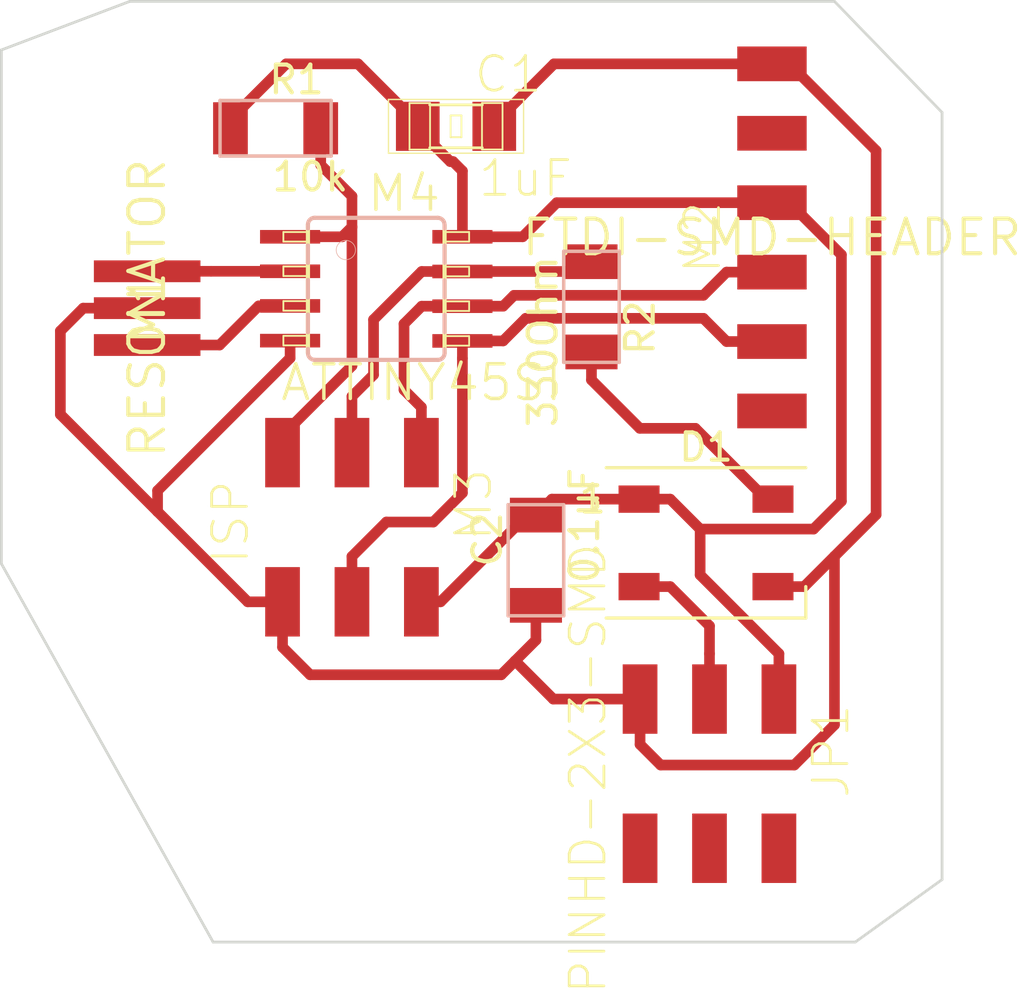
<source format=kicad_pcb>
(kicad_pcb (version 20171130) (host pcbnew "(5.0.2-5)-5")

  (general
    (thickness 1.6)
    (drawings 8)
    (tracks 112)
    (zones 0)
    (modules 10)
    (nets 16)
  )

  (page A4)
  (layers
    (0 F.Cu signal)
    (31 B.Cu signal)
    (32 B.Adhes user)
    (33 F.Adhes user)
    (34 B.Paste user)
    (35 F.Paste user)
    (36 B.SilkS user)
    (37 F.SilkS user)
    (38 B.Mask user)
    (39 F.Mask user)
    (40 Dwgs.User user)
    (41 Cmts.User user)
    (42 Eco1.User user)
    (43 Eco2.User user)
    (44 Edge.Cuts user)
    (45 Margin user)
    (46 B.CrtYd user)
    (47 F.CrtYd user)
    (48 B.Fab user)
    (49 F.Fab user)
  )

  (setup
    (last_trace_width 0.39)
    (trace_clearance 0.4)
    (zone_clearance 0.508)
    (zone_45_only no)
    (trace_min 0.3)
    (segment_width 0.2)
    (edge_width 0.1)
    (via_size 0.8)
    (via_drill 0.4)
    (via_min_size 0.4)
    (via_min_drill 0.3)
    (uvia_size 0.3)
    (uvia_drill 0.1)
    (uvias_allowed no)
    (uvia_min_size 0.2)
    (uvia_min_drill 0.1)
    (pcb_text_width 0.3)
    (pcb_text_size 1.5 1.5)
    (mod_edge_width 0.15)
    (mod_text_size 1 1)
    (mod_text_width 0.15)
    (pad_size 1.5 1.5)
    (pad_drill 0.6)
    (pad_to_mask_clearance 0)
    (solder_mask_min_width 0.25)
    (aux_axis_origin 0 0)
    (visible_elements FFFFFF7F)
    (pcbplotparams
      (layerselection 0x010fc_ffffffff)
      (usegerberextensions false)
      (usegerberattributes false)
      (usegerberadvancedattributes false)
      (creategerberjobfile false)
      (excludeedgelayer true)
      (linewidth 0.100000)
      (plotframeref false)
      (viasonmask false)
      (mode 1)
      (useauxorigin false)
      (hpglpennumber 1)
      (hpglpenspeed 20)
      (hpglpendiameter 15.000000)
      (psnegative false)
      (psa4output false)
      (plotreference true)
      (plotvalue true)
      (plotinvisibletext false)
      (padsonsilk false)
      (subtractmaskfromsilk false)
      (outputformat 1)
      (mirror false)
      (drillshape 1)
      (scaleselection 1)
      (outputdirectory "../../week 14/"))
  )

  (net 0 "")
  (net 1 VCC)
  (net 2 Earth)
  (net 3 /DIN)
  (net 4 /DOUT)
  (net 5 /XTAL1)
  (net 6 /XTAL2)
  (net 7 "Net-(M2-Pad2)")
  (net 8 /MISO|TX)
  (net 9 /MOSI|RX)
  (net 10 "Net-(M2-Pad6)")
  (net 11 /SCK|DIN)
  (net 12 /RST)
  (net 13 "Net-(JP1-Pad2)")
  (net 14 "Net-(JP1-Pad4)")
  (net 15 "Net-(JP1-Pad6)")

  (net_class Default "This is the default net class."
    (clearance 0.4)
    (trace_width 0.39)
    (via_dia 0.8)
    (via_drill 0.4)
    (uvia_dia 0.3)
    (uvia_drill 0.1)
    (diff_pair_gap 0.25)
    (diff_pair_width 0.39)
    (add_net /DIN)
    (add_net /DOUT)
    (add_net /MISO|TX)
    (add_net /MOSI|RX)
    (add_net /RST)
    (add_net /SCK|DIN)
    (add_net /XTAL1)
    (add_net /XTAL2)
    (add_net Earth)
    (add_net "Net-(JP1-Pad2)")
    (add_net "Net-(JP1-Pad4)")
    (add_net "Net-(JP1-Pad6)")
    (add_net "Net-(M2-Pad2)")
    (add_net "Net-(M2-Pad6)")
    (add_net VCC)
  )

  (module fab:fab-2X03SMD (layer F.Cu) (tedit 200000) (tstamp 5CD2B27C)
    (at 143.891 88.773 270)
    (path /5CC70F0E)
    (attr smd)
    (fp_text reference JP1 (at -0.635 -4.445 270) (layer F.SilkS)
      (effects (font (size 1.27 1.27) (thickness 0.1016)))
    )
    (fp_text value PINHD-2X3-SMD (at 0 4.445 270) (layer F.SilkS)
      (effects (font (size 1.27 1.27) (thickness 0.1016)))
    )
    (pad 1 smd rect (at -2.54 -2.54 270) (size 2.54 1.27) (layers F.Cu F.Paste F.Mask)
      (net 1 VCC))
    (pad 2 smd rect (at 2.91846 -2.54 270) (size 2.54 1.27) (layers F.Cu F.Paste F.Mask)
      (net 13 "Net-(JP1-Pad2)"))
    (pad 3 smd rect (at -2.54 0 270) (size 2.54 1.27) (layers F.Cu F.Paste F.Mask)
      (net 4 /DOUT))
    (pad 4 smd rect (at 2.91846 0 270) (size 2.54 1.27) (layers F.Cu F.Paste F.Mask)
      (net 14 "Net-(JP1-Pad4)"))
    (pad 5 smd rect (at -2.54 2.54 270) (size 2.54 1.27) (layers F.Cu F.Paste F.Mask)
      (net 2 Earth))
    (pad 6 smd rect (at 2.91846 2.54 270) (size 2.54 1.27) (layers F.Cu F.Paste F.Mask)
      (net 15 "Net-(JP1-Pad6)"))
  )

  (module fab:fab-C1206FAB (layer F.Cu) (tedit 200000) (tstamp 5CD2ACD7)
    (at 137.541 81.153 90)
    (path /5CC6FB30)
    (attr smd)
    (fp_text reference C2 (at 0.762 -1.778 90) (layer F.SilkS)
      (effects (font (size 1.016 1.016) (thickness 0.1524)))
    )
    (fp_text value 0.1uF (at 1.27 1.778 90) (layer F.SilkS)
      (effects (font (size 1.016 1.016) (thickness 0.1524)))
    )
    (fp_line (start -2.032 -1.016) (end 2.032 -1.016) (layer B.SilkS) (width 0.127))
    (fp_line (start 2.032 -1.016) (end 2.032 1.016) (layer B.SilkS) (width 0.127))
    (fp_line (start 2.032 1.016) (end -2.032 1.016) (layer B.SilkS) (width 0.127))
    (fp_line (start -2.032 1.016) (end -2.032 -1.016) (layer B.SilkS) (width 0.127))
    (pad 1 smd rect (at -1.651 0 90) (size 1.27 1.905) (layers F.Cu F.Paste F.Mask)
      (net 2 Earth))
    (pad 2 smd rect (at 1.651 0 90) (size 1.27 1.905) (layers F.Cu F.Paste F.Mask)
      (net 1 VCC))
  )

  (module fab:fab-C1206 (layer F.Cu) (tedit 200000) (tstamp 5CD2A790)
    (at 134.61746 65.278)
    (descr CAPACITOR)
    (tags CAPACITOR)
    (path /5CC5D9AC)
    (attr smd)
    (fp_text reference C1 (at 1.905 -1.905) (layer F.SilkS)
      (effects (font (size 1.27 1.27) (thickness 0.1016)))
    )
    (fp_text value 1uF (at 2.54 1.905) (layer F.SilkS)
      (effects (font (size 1.27 1.27) (thickness 0.1016)))
    )
    (fp_line (start -1.7018 0.8509) (end -0.94996 0.8509) (layer F.SilkS) (width 0.06604))
    (fp_line (start -0.94996 0.8509) (end -0.94996 -0.84836) (layer F.SilkS) (width 0.06604))
    (fp_line (start -1.7018 -0.84836) (end -0.94996 -0.84836) (layer F.SilkS) (width 0.06604))
    (fp_line (start -1.7018 0.8509) (end -1.7018 -0.84836) (layer F.SilkS) (width 0.06604))
    (fp_line (start 0.94996 0.84836) (end 1.7018 0.84836) (layer F.SilkS) (width 0.06604))
    (fp_line (start 1.7018 0.84836) (end 1.7018 -0.8509) (layer F.SilkS) (width 0.06604))
    (fp_line (start 0.94996 -0.8509) (end 1.7018 -0.8509) (layer F.SilkS) (width 0.06604))
    (fp_line (start 0.94996 0.84836) (end 0.94996 -0.8509) (layer F.SilkS) (width 0.06604))
    (fp_line (start -0.19812 0.39878) (end 0.19812 0.39878) (layer F.SilkS) (width 0.06604))
    (fp_line (start 0.19812 0.39878) (end 0.19812 -0.39878) (layer F.SilkS) (width 0.06604))
    (fp_line (start -0.19812 -0.39878) (end 0.19812 -0.39878) (layer F.SilkS) (width 0.06604))
    (fp_line (start -0.19812 0.39878) (end -0.19812 -0.39878) (layer F.SilkS) (width 0.06604))
    (fp_line (start -2.47142 -0.98298) (end 2.47142 -0.98298) (layer F.SilkS) (width 0.0508))
    (fp_line (start 2.47142 0.98298) (end -2.47142 0.98298) (layer F.SilkS) (width 0.0508))
    (fp_line (start -2.47142 0.98298) (end -2.47142 -0.98298) (layer F.SilkS) (width 0.0508))
    (fp_line (start 2.47142 -0.98298) (end 2.47142 0.98298) (layer F.SilkS) (width 0.0508))
    (fp_line (start -0.96266 -0.78486) (end 0.96266 -0.78486) (layer F.SilkS) (width 0.1016))
    (fp_line (start -0.96266 0.78486) (end 0.96266 0.78486) (layer F.SilkS) (width 0.1016))
    (pad 1 smd rect (at -1.39954 0) (size 1.59766 1.79832) (layers F.Cu F.Paste F.Mask)
      (net 1 VCC))
    (pad 2 smd rect (at 1.39954 0) (size 1.59766 1.79832) (layers F.Cu F.Paste F.Mask)
      (net 2 Earth))
  )

  (module LED_SMD:LED_WS2812B_PLCC4_5.0x5.0mm_P3.2mm (layer F.Cu) (tedit 5AA4B285) (tstamp 5CD2A7A7)
    (at 143.764 80.518)
    (descr https://cdn-shop.adafruit.com/datasheets/WS2812B.pdf)
    (tags "LED RGB NeoPixel")
    (path /5CC5E10A)
    (attr smd)
    (fp_text reference D1 (at 0 -3.5) (layer F.SilkS)
      (effects (font (size 1 1) (thickness 0.15)))
    )
    (fp_text value WS2812B (at 0 4) (layer F.Fab)
      (effects (font (size 1 1) (thickness 0.15)))
    )
    (fp_text user 1 (at -4.15 -1.6) (layer F.SilkS)
      (effects (font (size 1 1) (thickness 0.15)))
    )
    (fp_text user %R (at 0 0) (layer F.Fab)
      (effects (font (size 0.8 0.8) (thickness 0.15)))
    )
    (fp_line (start 3.45 -2.75) (end -3.45 -2.75) (layer F.CrtYd) (width 0.05))
    (fp_line (start 3.45 2.75) (end 3.45 -2.75) (layer F.CrtYd) (width 0.05))
    (fp_line (start -3.45 2.75) (end 3.45 2.75) (layer F.CrtYd) (width 0.05))
    (fp_line (start -3.45 -2.75) (end -3.45 2.75) (layer F.CrtYd) (width 0.05))
    (fp_line (start 2.5 1.5) (end 1.5 2.5) (layer F.Fab) (width 0.1))
    (fp_line (start -2.5 -2.5) (end -2.5 2.5) (layer F.Fab) (width 0.1))
    (fp_line (start -2.5 2.5) (end 2.5 2.5) (layer F.Fab) (width 0.1))
    (fp_line (start 2.5 2.5) (end 2.5 -2.5) (layer F.Fab) (width 0.1))
    (fp_line (start 2.5 -2.5) (end -2.5 -2.5) (layer F.Fab) (width 0.1))
    (fp_line (start -3.65 -2.75) (end 3.65 -2.75) (layer F.SilkS) (width 0.12))
    (fp_line (start -3.65 2.75) (end 3.65 2.75) (layer F.SilkS) (width 0.12))
    (fp_line (start 3.65 2.75) (end 3.65 1.6) (layer F.SilkS) (width 0.12))
    (fp_circle (center 0 0) (end 0 -2) (layer F.Fab) (width 0.1))
    (pad 3 smd rect (at 2.45 1.6) (size 1.5 1) (layers F.Cu F.Paste F.Mask)
      (net 2 Earth))
    (pad 4 smd rect (at 2.45 -1.6) (size 1.5 1) (layers F.Cu F.Paste F.Mask)
      (net 3 /DIN))
    (pad 2 smd rect (at -2.45 1.6) (size 1.5 1) (layers F.Cu F.Paste F.Mask)
      (net 4 /DOUT))
    (pad 1 smd rect (at -2.45 -1.6) (size 1.5 1) (layers F.Cu F.Paste F.Mask)
      (net 1 VCC))
    (model ${KISYS3DMOD}/LED_SMD.3dshapes/LED_WS2812B_PLCC4_5.0x5.0mm_P3.2mm.wrl
      (at (xyz 0 0 0))
      (scale (xyz 1 1 1))
      (rotate (xyz 0 0 0))
    )
  )

  (module fab:fab-EFOBM (layer F.Cu) (tedit 200000) (tstamp 5CD2A7AE)
    (at 123.317 71.93026 270)
    (path /5CC5DF09)
    (attr smd)
    (fp_text reference M1 (at 0 0 270) (layer F.SilkS)
      (effects (font (size 1.27 1.27) (thickness 0.15)))
    )
    (fp_text value RESONATOR (at 0 0 270) (layer F.SilkS)
      (effects (font (size 1.27 1.27) (thickness 0.15)))
    )
    (pad 1 smd rect (at -1.34874 0) (size 3.8989 0.79756) (layers F.Cu F.Paste F.Mask)
      (net 5 /XTAL1))
    (pad 2 smd rect (at 0 0 180) (size 3.8989 0.79756) (layers F.Cu F.Paste F.Mask)
      (net 2 Earth))
    (pad 3 smd rect (at 1.34874 0 180) (size 3.8989 0.79756) (layers F.Cu F.Paste F.Mask)
      (net 6 /XTAL2))
  )

  (module fab:fab-1X06SMD (layer F.Cu) (tedit 200000) (tstamp 5CD2A7B8)
    (at 146.177 69.342)
    (path /5CC5D8AB)
    (attr smd)
    (fp_text reference M2 (at -2.54 0 90) (layer F.SilkS)
      (effects (font (size 1.27 1.27) (thickness 0.1016)))
    )
    (fp_text value FTDI-SMD-HEADER (at 0 0) (layer F.SilkS)
      (effects (font (size 1.27 1.27) (thickness 0.15)))
    )
    (pad 1 smd rect (at 0 -6.35) (size 2.54 1.27) (layers F.Cu F.Paste F.Mask)
      (net 2 Earth))
    (pad 2 smd rect (at 0 -3.81) (size 2.54 1.27) (layers F.Cu F.Paste F.Mask)
      (net 7 "Net-(M2-Pad2)"))
    (pad 3 smd rect (at 0 -1.27) (size 2.54 1.27) (layers F.Cu F.Paste F.Mask)
      (net 1 VCC))
    (pad 4 smd rect (at 0 1.27) (size 2.54 1.27) (layers F.Cu F.Paste F.Mask)
      (net 8 /MISO|TX))
    (pad 5 smd rect (at 0 3.81) (size 2.54 1.27) (layers F.Cu F.Paste F.Mask)
      (net 9 /MOSI|RX))
    (pad 6 smd rect (at 0 6.35) (size 2.54 1.27) (layers F.Cu F.Paste F.Mask)
      (net 10 "Net-(M2-Pad6)"))
  )

  (module fab:fab-2X03SMD (layer F.Cu) (tedit 200000) (tstamp 5CD2A7C2)
    (at 130.81 79.756 270)
    (path /5CC5D7F9)
    (attr smd)
    (fp_text reference M3 (at -0.635 -4.445 270) (layer F.SilkS)
      (effects (font (size 1.27 1.27) (thickness 0.1016)))
    )
    (fp_text value ISP (at 0 4.445 270) (layer F.SilkS)
      (effects (font (size 1.27 1.27) (thickness 0.1016)))
    )
    (pad 1 smd rect (at -2.54 -2.54 270) (size 2.54 1.27) (layers F.Cu F.Paste F.Mask)
      (net 8 /MISO|TX))
    (pad 2 smd rect (at 2.91846 -2.54 270) (size 2.54 1.27) (layers F.Cu F.Paste F.Mask)
      (net 1 VCC))
    (pad 3 smd rect (at -2.54 0 270) (size 2.54 1.27) (layers F.Cu F.Paste F.Mask)
      (net 11 /SCK|DIN))
    (pad 4 smd rect (at 2.91846 0 270) (size 2.54 1.27) (layers F.Cu F.Paste F.Mask)
      (net 9 /MOSI|RX))
    (pad 5 smd rect (at -2.54 2.54 270) (size 2.54 1.27) (layers F.Cu F.Paste F.Mask)
      (net 12 /RST))
    (pad 6 smd rect (at 2.91846 2.54 270) (size 2.54 1.27) (layers F.Cu F.Paste F.Mask)
      (net 2 Earth))
  )

  (module fab:fab-SOIC8 (layer F.Cu) (tedit 200000) (tstamp 5CD2A801)
    (at 131.699 71.22414 270)
    (descr "WIDE PLASTIC GULL WING SMALL OUTLINE PACKAGE")
    (tags "WIDE PLASTIC GULL WING SMALL OUTLINE PACKAGE")
    (path /5CC64C79)
    (attr smd)
    (fp_text reference M4 (at -3.4925 -1.016) (layer F.SilkS)
      (effects (font (size 1.27 1.27) (thickness 0.127)))
    )
    (fp_text value ATTINY45SI (at 3.429 -1.651) (layer F.SilkS)
      (effects (font (size 1.27 1.27) (thickness 0.127)))
    )
    (fp_line (start -2.07772 -2.49936) (end -1.72974 -2.49936) (layer F.SilkS) (width 0.06604))
    (fp_line (start -1.72974 -2.49936) (end -1.72974 -3.39852) (layer F.SilkS) (width 0.06604))
    (fp_line (start -2.07772 -3.39852) (end -1.72974 -3.39852) (layer F.SilkS) (width 0.06604))
    (fp_line (start -2.07772 -2.49936) (end -2.07772 -3.39852) (layer F.SilkS) (width 0.06604))
    (fp_line (start -0.80772 -2.49936) (end -0.45974 -2.49936) (layer F.SilkS) (width 0.06604))
    (fp_line (start -0.45974 -2.49936) (end -0.45974 -3.39852) (layer F.SilkS) (width 0.06604))
    (fp_line (start -0.80772 -3.39852) (end -0.45974 -3.39852) (layer F.SilkS) (width 0.06604))
    (fp_line (start -0.80772 -2.49936) (end -0.80772 -3.39852) (layer F.SilkS) (width 0.06604))
    (fp_line (start 0.45974 -2.49936) (end 0.80772 -2.49936) (layer F.SilkS) (width 0.06604))
    (fp_line (start 0.80772 -2.49936) (end 0.80772 -3.39852) (layer F.SilkS) (width 0.06604))
    (fp_line (start 0.45974 -3.39852) (end 0.80772 -3.39852) (layer F.SilkS) (width 0.06604))
    (fp_line (start 0.45974 -2.49936) (end 0.45974 -3.39852) (layer F.SilkS) (width 0.06604))
    (fp_line (start 1.72974 -2.49936) (end 2.07772 -2.49936) (layer F.SilkS) (width 0.06604))
    (fp_line (start 2.07772 -2.49936) (end 2.07772 -3.39852) (layer F.SilkS) (width 0.06604))
    (fp_line (start 1.72974 -3.39852) (end 2.07772 -3.39852) (layer F.SilkS) (width 0.06604))
    (fp_line (start 1.72974 -2.49936) (end 1.72974 -3.39852) (layer F.SilkS) (width 0.06604))
    (fp_line (start 1.71958 3.39852) (end 2.06756 3.39852) (layer F.SilkS) (width 0.06604))
    (fp_line (start 2.06756 3.39852) (end 2.06756 2.49936) (layer F.SilkS) (width 0.06604))
    (fp_line (start 1.71958 2.49936) (end 2.06756 2.49936) (layer F.SilkS) (width 0.06604))
    (fp_line (start 1.71958 3.39852) (end 1.71958 2.49936) (layer F.SilkS) (width 0.06604))
    (fp_line (start 0.44958 3.39852) (end 0.79756 3.39852) (layer F.SilkS) (width 0.06604))
    (fp_line (start 0.79756 3.39852) (end 0.79756 2.49936) (layer F.SilkS) (width 0.06604))
    (fp_line (start 0.44958 2.49936) (end 0.79756 2.49936) (layer F.SilkS) (width 0.06604))
    (fp_line (start 0.44958 3.39852) (end 0.44958 2.49936) (layer F.SilkS) (width 0.06604))
    (fp_line (start -0.81788 3.39852) (end -0.4699 3.39852) (layer F.SilkS) (width 0.06604))
    (fp_line (start -0.4699 3.39852) (end -0.4699 2.49936) (layer F.SilkS) (width 0.06604))
    (fp_line (start -0.81788 2.49936) (end -0.4699 2.49936) (layer F.SilkS) (width 0.06604))
    (fp_line (start -0.81788 3.39852) (end -0.81788 2.49936) (layer F.SilkS) (width 0.06604))
    (fp_line (start -2.07772 3.39852) (end -1.72974 3.39852) (layer F.SilkS) (width 0.06604))
    (fp_line (start -1.72974 3.39852) (end -1.72974 2.49936) (layer F.SilkS) (width 0.06604))
    (fp_line (start -2.07772 2.49936) (end -1.72974 2.49936) (layer F.SilkS) (width 0.06604))
    (fp_line (start -2.07772 3.39852) (end -2.07772 2.49936) (layer F.SilkS) (width 0.06604))
    (fp_line (start 2.35966 2.49936) (end -2.33934 2.49936) (layer F.SilkS) (width 0.1524))
    (fp_line (start -2.33934 -2.49936) (end 2.35966 -2.49936) (layer F.SilkS) (width 0.1524))
    (fp_line (start -2.2098 -2.49936) (end -2.33934 -2.49936) (layer B.SilkS) (width 0.1524))
    (fp_line (start -1.5875 -2.49936) (end -0.94996 -2.49936) (layer B.SilkS) (width 0.1524))
    (fp_line (start -0.3175 -2.49936) (end 0.3175 -2.49936) (layer B.SilkS) (width 0.1524))
    (fp_line (start 0.94996 -2.49936) (end 1.5875 -2.49936) (layer B.SilkS) (width 0.1524))
    (fp_line (start 2.2098 -2.49936) (end 2.35966 -2.49936) (layer B.SilkS) (width 0.1524))
    (fp_line (start 2.19964 2.49936) (end 2.32918 2.49936) (layer B.SilkS) (width 0.1524))
    (fp_line (start 1.5875 2.49936) (end 0.9398 2.49936) (layer B.SilkS) (width 0.1524))
    (fp_line (start 0.3175 2.49936) (end -0.32766 2.49936) (layer B.SilkS) (width 0.1524))
    (fp_line (start -0.94996 2.49936) (end -1.5875 2.49936) (layer B.SilkS) (width 0.1524))
    (fp_line (start -2.2098 2.49936) (end -2.33934 2.49936) (layer B.SilkS) (width 0.1524))
    (fp_line (start -2.59842 -2.2479) (end -2.59842 2.23774) (layer B.SilkS) (width 0.1524))
    (fp_line (start 2.59842 2.2479) (end 2.59842 -2.2479) (layer B.SilkS) (width 0.1524))
    (fp_circle (center -1.41986 1.11252) (end -1.66878 1.36144) (layer B.SilkS) (width 0.0254))
    (fp_arc (start -2.3495 -2.2479) (end -2.59842 -2.2479) (angle 90) (layer B.SilkS) (width 0.1524))
    (fp_arc (start 2.3495 -2.2479) (end 2.3495 -2.49936) (angle 90) (layer B.SilkS) (width 0.1524))
    (fp_arc (start 2.3495 2.2479) (end 2.59842 2.2479) (angle 90) (layer B.SilkS) (width 0.1524))
    (fp_arc (start -2.3495 2.2479) (end -2.3495 2.49936) (angle 90) (layer B.SilkS) (width 0.1524))
    (pad 1 smd rect (at -1.905 3.15214 270) (size 0.49784 2.19964) (layers F.Cu F.Paste F.Mask)
      (net 12 /RST))
    (pad 2 smd rect (at -0.64262 3.15214 270) (size 0.49784 2.19964) (layers F.Cu F.Paste F.Mask)
      (net 5 /XTAL1))
    (pad 3 smd rect (at 0.62484 3.15214 270) (size 0.49784 2.19964) (layers F.Cu F.Paste F.Mask)
      (net 6 /XTAL2))
    (pad 4 smd rect (at 1.89484 3.15214 270) (size 0.49784 2.19964) (layers F.Cu F.Paste F.Mask)
      (net 2 Earth))
    (pad 5 smd rect (at 1.905 -3.15214 270) (size 0.49784 2.19964) (layers F.Cu F.Paste F.Mask)
      (net 9 /MOSI|RX))
    (pad 6 smd rect (at 0.635 -3.15214 270) (size 0.49784 2.19964) (layers F.Cu F.Paste F.Mask)
      (net 8 /MISO|TX))
    (pad 7 smd rect (at -0.635 -3.15214 270) (size 0.49784 2.19964) (layers F.Cu F.Paste F.Mask)
      (net 11 /SCK|DIN))
    (pad 8 smd rect (at -1.905 -3.15214 270) (size 0.49784 2.19964) (layers F.Cu F.Paste F.Mask)
      (net 1 VCC))
  )

  (module fab:fab-R1206FAB (layer F.Cu) (tedit 200000) (tstamp 5CD2A80B)
    (at 128.016 65.34912)
    (path /5CC5DCAC)
    (attr smd)
    (fp_text reference R1 (at 0.762 -1.778) (layer F.SilkS)
      (effects (font (size 1.016 1.016) (thickness 0.1524)))
    )
    (fp_text value 10k (at 1.27 1.778) (layer F.SilkS)
      (effects (font (size 1.016 1.016) (thickness 0.1524)))
    )
    (fp_line (start -2.032 -1.016) (end 2.032 -1.016) (layer B.SilkS) (width 0.127))
    (fp_line (start 2.032 -1.016) (end 2.032 1.016) (layer B.SilkS) (width 0.127))
    (fp_line (start 2.032 1.016) (end -2.032 1.016) (layer B.SilkS) (width 0.127))
    (fp_line (start -2.032 1.016) (end -2.032 -1.016) (layer B.SilkS) (width 0.127))
    (pad 1 smd rect (at -1.651 0) (size 1.27 1.905) (layers F.Cu F.Paste F.Mask)
      (net 1 VCC))
    (pad 2 smd rect (at 1.651 0) (size 1.27 1.905) (layers F.Cu F.Paste F.Mask)
      (net 12 /RST))
  )

  (module fab:fab-R1206FAB (layer F.Cu) (tedit 200000) (tstamp 5CD2A815)
    (at 139.573 71.882 270)
    (path /5CC61A81)
    (attr smd)
    (fp_text reference R2 (at 0.762 -1.778 270) (layer F.SilkS)
      (effects (font (size 1.016 1.016) (thickness 0.1524)))
    )
    (fp_text value 330Ohm (at 1.27 1.778 270) (layer F.SilkS)
      (effects (font (size 1.016 1.016) (thickness 0.1524)))
    )
    (fp_line (start -2.032 1.016) (end -2.032 -1.016) (layer B.SilkS) (width 0.127))
    (fp_line (start 2.032 1.016) (end -2.032 1.016) (layer B.SilkS) (width 0.127))
    (fp_line (start 2.032 -1.016) (end 2.032 1.016) (layer B.SilkS) (width 0.127))
    (fp_line (start -2.032 -1.016) (end 2.032 -1.016) (layer B.SilkS) (width 0.127))
    (pad 2 smd rect (at 1.651 0 270) (size 1.27 1.905) (layers F.Cu F.Paste F.Mask)
      (net 3 /DIN))
    (pad 1 smd rect (at -1.651 0 270) (size 1.27 1.905) (layers F.Cu F.Paste F.Mask)
      (net 11 /SCK|DIN))
  )

  (gr_line (start 117.983 62.484) (end 122.682 60.706) (layer Edge.Cuts) (width 0.1))
  (gr_line (start 148.463 60.706) (end 122.682 60.706) (layer Edge.Cuts) (width 0.1))
  (gr_line (start 152.4 64.77) (end 148.463 60.706) (layer Edge.Cuts) (width 0.1))
  (gr_line (start 152.4 92.837) (end 152.4 64.77) (layer Edge.Cuts) (width 0.1))
  (gr_line (start 149.225 95.123) (end 152.4 92.837) (layer Edge.Cuts) (width 0.1))
  (gr_line (start 125.73 95.123) (end 149.225 95.123) (layer Edge.Cuts) (width 0.1))
  (gr_line (start 117.983 81.28) (end 125.73 95.123) (layer Edge.Cuts) (width 0.1))
  (gr_line (start 117.983 62.484) (end 117.983 81.28) (layer Edge.Cuts) (width 0.1))

  (segment (start 138.125 78.918) (end 137.541 79.502) (width 0.39) (layer F.Cu) (net 1))
  (segment (start 141.314 78.918) (end 138.125 78.918) (width 0.39) (layer F.Cu) (net 1))
  (segment (start 134.05104 82.67446) (end 133.35 82.67446) (width 0.39) (layer F.Cu) (net 1))
  (segment (start 137.2235 79.502) (end 134.05104 82.67446) (width 0.39) (layer F.Cu) (net 1))
  (segment (start 137.541 79.502) (end 137.2235 79.502) (width 0.39) (layer F.Cu) (net 1))
  (segment (start 141.314 78.918) (end 141.564 78.918) (width 0.39) (layer F.Cu) (net 1))
  (segment (start 146.177 68.072) (end 138.303 68.072) (width 0.39) (layer F.Cu) (net 1))
  (segment (start 137.05586 69.31914) (end 134.85114 69.31914) (width 0.39) (layer F.Cu) (net 1))
  (segment (start 138.303 68.072) (end 137.05586 69.31914) (width 0.39) (layer F.Cu) (net 1))
  (segment (start 146.812 68.072) (end 146.177 68.072) (width 0.39) (layer F.Cu) (net 1))
  (segment (start 148.717 69.977) (end 146.812 68.072) (width 0.39) (layer F.Cu) (net 1))
  (segment (start 141.314 78.918) (end 142.454 78.918) (width 0.39) (layer F.Cu) (net 1))
  (segment (start 142.454 78.918) (end 143.549001 80.013001) (width 0.39) (layer F.Cu) (net 1))
  (segment (start 148.717 78.994) (end 148.717 69.977) (width 0.39) (layer F.Cu) (net 1))
  (segment (start 143.549001 80.013001) (end 147.697999 80.013001) (width 0.39) (layer F.Cu) (net 1))
  (segment (start 147.697999 80.013001) (end 148.717 78.994) (width 0.39) (layer F.Cu) (net 1))
  (segment (start 133.21792 65.37833) (end 133.21792 65.278) (width 0.39) (layer F.Cu) (net 1))
  (segment (start 134.40675 66.56716) (end 133.21792 65.37833) (width 0.39) (layer F.Cu) (net 1))
  (segment (start 134.50708 66.56716) (end 134.40675 66.56716) (width 0.39) (layer F.Cu) (net 1))
  (segment (start 134.85114 66.91122) (end 134.50708 66.56716) (width 0.39) (layer F.Cu) (net 1))
  (segment (start 134.85114 69.31914) (end 134.85114 66.91122) (width 0.39) (layer F.Cu) (net 1))
  (segment (start 133.21792 65.17767) (end 131.03225 62.992) (width 0.39) (layer F.Cu) (net 1))
  (segment (start 133.21792 65.278) (end 133.21792 65.17767) (width 0.39) (layer F.Cu) (net 1))
  (segment (start 126.365 65.03162) (end 126.365 65.34912) (width 0.39) (layer F.Cu) (net 1))
  (segment (start 128.40462 62.992) (end 126.365 65.03162) (width 0.39) (layer F.Cu) (net 1))
  (segment (start 131.03225 62.992) (end 128.40462 62.992) (width 0.39) (layer F.Cu) (net 1))
  (segment (start 143.549001 81.691001) (end 143.549001 80.013001) (width 0.39) (layer F.Cu) (net 1))
  (segment (start 146.431 84.573) (end 143.549001 81.691001) (width 0.39) (layer F.Cu) (net 1))
  (segment (start 146.431 86.233) (end 146.431 84.573) (width 0.39) (layer F.Cu) (net 1))
  (segment (start 120.97755 71.93026) (end 120.142 72.76581) (width 0.39) (layer F.Cu) (net 2))
  (segment (start 123.317 71.93026) (end 120.97755 71.93026) (width 0.39) (layer F.Cu) (net 2))
  (segment (start 120.142 72.76581) (end 120.142 75.819) (width 0.39) (layer F.Cu) (net 2))
  (segment (start 126.99746 82.67446) (end 128.27 82.67446) (width 0.39) (layer F.Cu) (net 2))
  (segment (start 123.698 78.60676) (end 123.698 79.375) (width 0.39) (layer F.Cu) (net 2))
  (segment (start 128.54686 73.7579) (end 123.698 78.60676) (width 0.39) (layer F.Cu) (net 2))
  (segment (start 123.698 79.375) (end 126.99746 82.67446) (width 0.39) (layer F.Cu) (net 2))
  (segment (start 128.54686 73.11898) (end 128.54686 73.7579) (width 0.39) (layer F.Cu) (net 2))
  (segment (start 120.142 75.819) (end 123.698 79.375) (width 0.39) (layer F.Cu) (net 2))
  (segment (start 137.541 84.074) (end 137.541 82.804) (width 0.39) (layer F.Cu) (net 2))
  (segment (start 129.27954 85.344) (end 136.271 85.344) (width 0.39) (layer F.Cu) (net 2))
  (segment (start 128.27 84.33446) (end 129.27954 85.344) (width 0.39) (layer F.Cu) (net 2))
  (segment (start 128.27 82.67446) (end 128.27 84.33446) (width 0.39) (layer F.Cu) (net 2))
  (segment (start 137.541 82.804) (end 137.8585 82.804) (width 0.39) (layer F.Cu) (net 2))
  (segment (start 146.214 82.118) (end 147.354 82.118) (width 0.39) (layer F.Cu) (net 2))
  (segment (start 146.812 62.992) (end 146.177 62.992) (width 0.39) (layer F.Cu) (net 2))
  (segment (start 149.987 66.167) (end 146.812 62.992) (width 0.39) (layer F.Cu) (net 2))
  (segment (start 149.987 79.485) (end 149.987 66.167) (width 0.39) (layer F.Cu) (net 2))
  (segment (start 136.017 65.17767) (end 136.017 65.278) (width 0.39) (layer F.Cu) (net 2))
  (segment (start 138.20267 62.992) (end 136.017 65.17767) (width 0.39) (layer F.Cu) (net 2))
  (segment (start 146.177 62.992) (end 138.20267 62.992) (width 0.39) (layer F.Cu) (net 2))
  (segment (start 138.176 86.233) (end 141.351 86.233) (width 0.39) (layer F.Cu) (net 2))
  (segment (start 136.779 84.836) (end 138.176 86.233) (width 0.39) (layer F.Cu) (net 2))
  (segment (start 136.271 85.344) (end 136.779 84.836) (width 0.39) (layer F.Cu) (net 2))
  (segment (start 136.779 84.836) (end 137.541 84.074) (width 0.39) (layer F.Cu) (net 2))
  (segment (start 141.351 87.893) (end 142.104 88.646) (width 0.39) (layer F.Cu) (net 2))
  (segment (start 141.351 86.233) (end 141.351 87.893) (width 0.39) (layer F.Cu) (net 2))
  (segment (start 148.463 87.177002) (end 148.463 81.009) (width 0.39) (layer F.Cu) (net 2))
  (segment (start 146.994002 88.646) (end 148.463 87.177002) (width 0.39) (layer F.Cu) (net 2))
  (segment (start 142.104 88.646) (end 146.994002 88.646) (width 0.39) (layer F.Cu) (net 2))
  (segment (start 148.463 81.009) (end 149.987 79.485) (width 0.39) (layer F.Cu) (net 2))
  (segment (start 147.354 82.118) (end 148.463 81.009) (width 0.39) (layer F.Cu) (net 2))
  (segment (start 143.373 76.327) (end 145.964 78.918) (width 0.39) (layer F.Cu) (net 3))
  (segment (start 145.964 78.918) (end 146.214 78.918) (width 0.39) (layer F.Cu) (net 3))
  (segment (start 139.573 74.558) (end 141.342 76.327) (width 0.39) (layer F.Cu) (net 3))
  (segment (start 141.342 76.327) (end 143.373 76.327) (width 0.39) (layer F.Cu) (net 3))
  (segment (start 139.573 73.533) (end 139.573 74.558) (width 0.39) (layer F.Cu) (net 3))
  (segment (start 143.891 84.573) (end 143.891 86.233) (width 0.39) (layer F.Cu) (net 4))
  (segment (start 143.891 83.555) (end 143.891 84.573) (width 0.39) (layer F.Cu) (net 4))
  (segment (start 142.454 82.118) (end 143.891 83.555) (width 0.39) (layer F.Cu) (net 4))
  (segment (start 141.314 82.118) (end 142.454 82.118) (width 0.39) (layer F.Cu) (net 4))
  (segment (start 125.65645 70.58152) (end 128.54686 70.58152) (width 0.39) (layer F.Cu) (net 5))
  (segment (start 123.317 70.58152) (end 125.65645 70.58152) (width 0.39) (layer F.Cu) (net 5))
  (segment (start 127.397118 71.84898) (end 128.54686 71.84898) (width 0.39) (layer F.Cu) (net 6))
  (segment (start 125.967098 73.279) (end 127.397118 71.84898) (width 0.39) (layer F.Cu) (net 6))
  (segment (start 123.317 73.279) (end 125.967098 73.279) (width 0.39) (layer F.Cu) (net 6))
  (segment (start 133.35 75.556) (end 132.715 74.921) (width 0.39) (layer F.Cu) (net 8))
  (segment (start 133.35 77.216) (end 133.35 75.556) (width 0.39) (layer F.Cu) (net 8))
  (segment (start 133.36132 71.85914) (end 134.85114 71.85914) (width 0.39) (layer F.Cu) (net 8))
  (segment (start 132.715 72.50546) (end 133.36132 71.85914) (width 0.39) (layer F.Cu) (net 8))
  (segment (start 132.715 74.921) (end 132.715 72.50546) (width 0.39) (layer F.Cu) (net 8))
  (segment (start 144.517 70.612) (end 146.177 70.612) (width 0.39) (layer F.Cu) (net 8))
  (segment (start 143.667999 71.461001) (end 144.517 70.612) (width 0.39) (layer F.Cu) (net 8))
  (segment (start 136.739099 71.461001) (end 143.667999 71.461001) (width 0.39) (layer F.Cu) (net 8))
  (segment (start 136.34096 71.85914) (end 136.739099 71.461001) (width 0.39) (layer F.Cu) (net 8))
  (segment (start 134.85114 71.85914) (end 136.34096 71.85914) (width 0.39) (layer F.Cu) (net 8))
  (segment (start 130.81 82.67446) (end 130.81 82.03946) (width 0.39) (layer F.Cu) (net 9))
  (segment (start 144.517 73.152) (end 146.177 73.152) (width 0.39) (layer F.Cu) (net 9))
  (segment (start 143.667999 72.302999) (end 144.517 73.152) (width 0.39) (layer F.Cu) (net 9))
  (segment (start 137.167101 72.302999) (end 143.667999 72.302999) (width 0.39) (layer F.Cu) (net 9))
  (segment (start 136.34096 73.12914) (end 137.167101 72.302999) (width 0.39) (layer F.Cu) (net 9))
  (segment (start 134.85114 73.12914) (end 136.34096 73.12914) (width 0.39) (layer F.Cu) (net 9))
  (segment (start 130.81 81.01446) (end 132.06846 79.756) (width 0.39) (layer F.Cu) (net 9))
  (segment (start 130.81 82.67446) (end 130.81 81.01446) (width 0.39) (layer F.Cu) (net 9))
  (segment (start 134.85114 73.76806) (end 134.85114 73.12914) (width 0.39) (layer F.Cu) (net 9))
  (segment (start 134.85114 78.690862) (end 134.85114 73.76806) (width 0.39) (layer F.Cu) (net 9))
  (segment (start 133.786002 79.756) (end 134.85114 78.690862) (width 0.39) (layer F.Cu) (net 9))
  (segment (start 132.06846 79.756) (end 133.786002 79.756) (width 0.39) (layer F.Cu) (net 9))
  (segment (start 139.21486 70.58914) (end 139.573 70.231) (width 0.39) (layer F.Cu) (net 11))
  (segment (start 134.85114 70.58914) (end 139.21486 70.58914) (width 0.39) (layer F.Cu) (net 11))
  (segment (start 130.81 75.158242) (end 131.60001 74.368232) (width 0.39) (layer F.Cu) (net 11))
  (segment (start 130.81 77.216) (end 130.81 75.158242) (width 0.39) (layer F.Cu) (net 11))
  (segment (start 133.36132 70.58914) (end 134.85114 70.58914) (width 0.39) (layer F.Cu) (net 11))
  (segment (start 131.60001 72.35045) (end 133.36132 70.58914) (width 0.39) (layer F.Cu) (net 11))
  (segment (start 131.60001 74.368232) (end 131.60001 72.35045) (width 0.39) (layer F.Cu) (net 11))
  (segment (start 128.27 76.581) (end 130.81 74.041) (width 0.39) (layer F.Cu) (net 12))
  (segment (start 128.27 77.216) (end 128.27 76.581) (width 0.39) (layer F.Cu) (net 12))
  (segment (start 129.667 66.69162) (end 129.667 65.34912) (width 0.39) (layer F.Cu) (net 12))
  (segment (start 130.81 67.83462) (end 129.667 66.69162) (width 0.39) (layer F.Cu) (net 12))
  (segment (start 130.81 68.961) (end 130.45186 69.31914) (width 0.39) (layer F.Cu) (net 12))
  (segment (start 130.45186 69.31914) (end 128.54686 69.31914) (width 0.39) (layer F.Cu) (net 12))
  (segment (start 130.81 74.041) (end 130.81 68.961) (width 0.39) (layer F.Cu) (net 12))
  (segment (start 130.81 68.961) (end 130.81 67.83462) (width 0.39) (layer F.Cu) (net 12))

)

</source>
